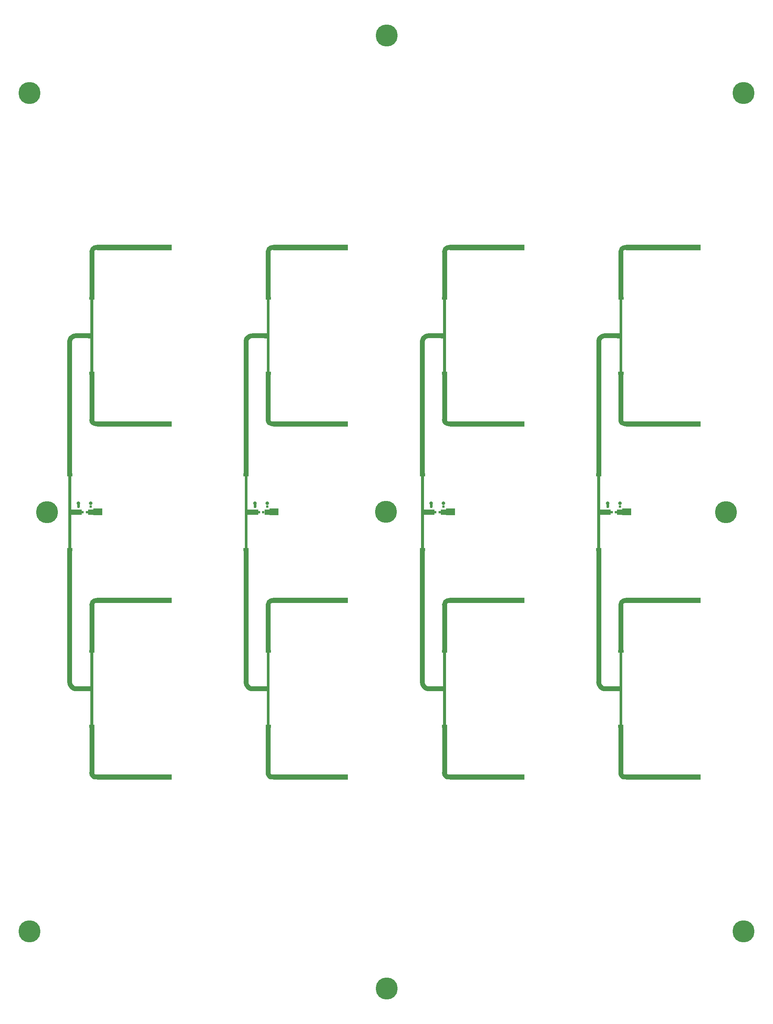
<source format=gbr>
G04 #@! TF.GenerationSoftware,KiCad,Pcbnew,5.99.0-unknown-64afa3a42e~128~ubuntu20.04.1*
G04 #@! TF.CreationDate,2021-05-28T16:02:49-05:00*
G04 #@! TF.ProjectId,Feeds,46656564-732e-46b6-9963-61645f706362,rev?*
G04 #@! TF.SameCoordinates,Original*
G04 #@! TF.FileFunction,Copper,L2,Bot*
G04 #@! TF.FilePolarity,Positive*
%FSLAX46Y46*%
G04 Gerber Fmt 4.6, Leading zero omitted, Abs format (unit mm)*
G04 Created by KiCad (PCBNEW 5.99.0-unknown-64afa3a42e~128~ubuntu20.04.1) date 2021-05-28 16:02:49*
%MOMM*%
%LPD*%
G01*
G04 APERTURE LIST*
G04 Aperture macros list*
%AMFreePoly0*
4,1,13,0.997739,0.781656,0.997754,0.781621,0.997754,-0.782490,0.997739,-0.782525,0.997704,-0.782540,-1.001585,-0.782540,-1.001620,-0.782525,-1.001635,-0.782490,-1.001635,0.781620,-1.001620,0.781655,-1.001585,0.781670,0.997704,0.781671,0.997739,0.781656,0.997739,0.781656,$1*%
G04 Aperture macros list end*
G04 #@! TA.AperFunction,NonConductor*
%ADD10C,0.001000*%
G04 #@! TD*
G04 #@! TA.AperFunction,EtchedComponent*
%ADD11C,0.000100*%
G04 #@! TD*
G04 #@! TA.AperFunction,SMDPad,CuDef*
%ADD12R,1.109000X1.109000*%
G04 #@! TD*
G04 #@! TA.AperFunction,ConnectorPad*
%ADD13C,5.000000*%
G04 #@! TD*
G04 #@! TA.AperFunction,ComponentPad*
%ADD14C,2.900000*%
G04 #@! TD*
G04 #@! TA.AperFunction,SMDPad,CuDef*
%ADD15R,0.553000X0.553000*%
G04 #@! TD*
G04 #@! TA.AperFunction,WasherPad*
%ADD16C,1.565000*%
G04 #@! TD*
G04 #@! TA.AperFunction,SMDPad,CuDef*
%ADD17FreePoly0,0.000000*%
G04 #@! TD*
G04 #@! TA.AperFunction,SMDPad,CuDef*
%ADD18R,0.620000X0.560000*%
G04 #@! TD*
G04 #@! TA.AperFunction,SMDPad,CuDef*
%ADD19R,0.560000X0.620000*%
G04 #@! TD*
G04 #@! TA.AperFunction,ViaPad*
%ADD20C,0.800100*%
G04 #@! TD*
G04 #@! TA.AperFunction,Conductor*
%ADD21C,0.620000*%
G04 #@! TD*
G04 #@! TA.AperFunction,Conductor*
%ADD22C,1.109000*%
G04 #@! TD*
G04 APERTURE END LIST*
D10*
X25571013Y-144239500D02*
X26679013Y-144239500D01*
X26679013Y-144239500D02*
X26679013Y-144804500D01*
X26679013Y-144804500D02*
X25571013Y-144804500D01*
X25571013Y-144804500D02*
X25571013Y-144239500D01*
G36*
X25571013Y-144239500D02*
G01*
X26679013Y-144239500D01*
X26679013Y-144804500D01*
X25571013Y-144804500D01*
X25571013Y-144239500D01*
G37*
X105299013Y-72445500D02*
X106403013Y-72445500D01*
X106403013Y-72445500D02*
X106403013Y-73551500D01*
X106403013Y-73551500D02*
X105299013Y-73551500D01*
X105299013Y-73551500D02*
X105299013Y-72445500D01*
G36*
X105299013Y-72445500D02*
G01*
X106403013Y-72445500D01*
X106403013Y-73551500D01*
X105299013Y-73551500D01*
X105299013Y-72445500D01*
G37*
X105575013Y-64238500D02*
X106683013Y-64238500D01*
X106683013Y-64238500D02*
X106683013Y-64803500D01*
X106683013Y-64803500D02*
X105575013Y-64803500D01*
X105575013Y-64803500D02*
X105575013Y-64238500D01*
G36*
X105575013Y-64238500D02*
G01*
X106683013Y-64238500D01*
X106683013Y-64803500D01*
X105575013Y-64803500D01*
X105575013Y-64238500D01*
G37*
X65315129Y-113560000D02*
X66498129Y-113560000D01*
X66498129Y-113560000D02*
X66498129Y-112442000D01*
X66498129Y-112442000D02*
X65315129Y-112442000D01*
X65315129Y-112442000D02*
X65315129Y-113560000D01*
G36*
X65315129Y-113560000D02*
G01*
X66498129Y-113560000D01*
X66498129Y-112442000D01*
X65315129Y-112442000D01*
X65315129Y-113560000D01*
G37*
X105315129Y-113560000D02*
X106498129Y-113560000D01*
X106498129Y-113560000D02*
X106498129Y-112442000D01*
X106498129Y-112442000D02*
X105315129Y-112442000D01*
X105315129Y-112442000D02*
X105315129Y-113560000D01*
G36*
X105315129Y-113560000D02*
G01*
X106498129Y-113560000D01*
X106498129Y-112442000D01*
X105315129Y-112442000D01*
X105315129Y-113560000D01*
G37*
X25571013Y-81192500D02*
X26679013Y-81192500D01*
X26679013Y-81192500D02*
X26679013Y-81757500D01*
X26679013Y-81757500D02*
X25571013Y-81757500D01*
X25571013Y-81757500D02*
X25571013Y-81192500D01*
G36*
X25571013Y-81192500D02*
G01*
X26679013Y-81192500D01*
X26679013Y-81757500D01*
X25571013Y-81757500D01*
X25571013Y-81192500D01*
G37*
X140555129Y-121200500D02*
X141663129Y-121200500D01*
X141663129Y-121200500D02*
X141663129Y-121765500D01*
X141663129Y-121765500D02*
X140555129Y-121765500D01*
X140555129Y-121765500D02*
X140555129Y-121200500D01*
G36*
X140555129Y-121200500D02*
G01*
X141663129Y-121200500D01*
X141663129Y-121765500D01*
X140555129Y-121765500D01*
X140555129Y-121200500D01*
G37*
X20555129Y-121200500D02*
X21663129Y-121200500D01*
X21663129Y-121200500D02*
X21663129Y-121765500D01*
X21663129Y-121765500D02*
X20555129Y-121765500D01*
X20555129Y-121765500D02*
X20555129Y-121200500D01*
G36*
X20555129Y-121200500D02*
G01*
X21663129Y-121200500D01*
X21663129Y-121765500D01*
X20555129Y-121765500D01*
X20555129Y-121200500D01*
G37*
X100560129Y-104234000D02*
X101668129Y-104234000D01*
X101668129Y-104234000D02*
X101668129Y-104799000D01*
X101668129Y-104799000D02*
X100560129Y-104799000D01*
X100560129Y-104799000D02*
X100560129Y-104234000D01*
G36*
X100560129Y-104234000D02*
G01*
X101668129Y-104234000D01*
X101668129Y-104799000D01*
X100560129Y-104799000D01*
X100560129Y-104234000D01*
G37*
X25299013Y-72445500D02*
X26403013Y-72445500D01*
X26403013Y-72445500D02*
X26403013Y-73551500D01*
X26403013Y-73551500D02*
X25299013Y-73551500D01*
X25299013Y-73551500D02*
X25299013Y-72445500D01*
G36*
X25299013Y-72445500D02*
G01*
X26403013Y-72445500D01*
X26403013Y-73551500D01*
X25299013Y-73551500D01*
X25299013Y-72445500D01*
G37*
X60831129Y-113559000D02*
X63795129Y-113559000D01*
X63795129Y-113559000D02*
X63795129Y-112441000D01*
X63795129Y-112441000D02*
X60831129Y-112441000D01*
X60831129Y-112441000D02*
X60831129Y-113559000D01*
G36*
X60831129Y-113559000D02*
G01*
X63795129Y-113559000D01*
X63795129Y-112441000D01*
X60831129Y-112441000D01*
X60831129Y-113559000D01*
G37*
X105571013Y-144239500D02*
X106679013Y-144239500D01*
X106679013Y-144239500D02*
X106679013Y-144804500D01*
X106679013Y-144804500D02*
X105571013Y-144804500D01*
X105571013Y-144804500D02*
X105571013Y-144239500D01*
G36*
X105571013Y-144239500D02*
G01*
X106679013Y-144239500D01*
X106679013Y-144804500D01*
X105571013Y-144804500D01*
X105571013Y-144239500D01*
G37*
X65299013Y-72445500D02*
X66403013Y-72445500D01*
X66403013Y-72445500D02*
X66403013Y-73551500D01*
X66403013Y-73551500D02*
X65299013Y-73551500D01*
X65299013Y-73551500D02*
X65299013Y-72445500D01*
G36*
X65299013Y-72445500D02*
G01*
X66403013Y-72445500D01*
X66403013Y-73551500D01*
X65299013Y-73551500D01*
X65299013Y-72445500D01*
G37*
X100555129Y-121200500D02*
X101663129Y-121200500D01*
X101663129Y-121200500D02*
X101663129Y-121765500D01*
X101663129Y-121765500D02*
X100555129Y-121765500D01*
X100555129Y-121765500D02*
X100555129Y-121200500D01*
G36*
X100555129Y-121200500D02*
G01*
X101663129Y-121200500D01*
X101663129Y-121765500D01*
X100555129Y-121765500D01*
X100555129Y-121200500D01*
G37*
X25836013Y-153551500D02*
X26401013Y-153551500D01*
X26401013Y-153551500D02*
X26401013Y-152443500D01*
X26401013Y-152443500D02*
X25836013Y-152443500D01*
X25836013Y-152443500D02*
X25836013Y-153551500D01*
G36*
X25836013Y-153551500D02*
G01*
X26401013Y-153551500D01*
X26401013Y-152443500D01*
X25836013Y-152443500D01*
X25836013Y-153551500D01*
G37*
X105567013Y-161193500D02*
X106675013Y-161193500D01*
X106675013Y-161193500D02*
X106675013Y-161758500D01*
X106675013Y-161758500D02*
X105567013Y-161758500D01*
X105567013Y-161758500D02*
X105567013Y-161193500D01*
G36*
X105567013Y-161193500D02*
G01*
X106675013Y-161193500D01*
X106675013Y-161758500D01*
X105567013Y-161758500D01*
X105567013Y-161193500D01*
G37*
X25567013Y-161193500D02*
X26675013Y-161193500D01*
X26675013Y-161193500D02*
X26675013Y-161758500D01*
X26675013Y-161758500D02*
X25567013Y-161758500D01*
X25567013Y-161758500D02*
X25567013Y-161193500D01*
G36*
X25567013Y-161193500D02*
G01*
X26675013Y-161193500D01*
X26675013Y-161758500D01*
X25567013Y-161758500D01*
X25567013Y-161193500D01*
G37*
X145571013Y-81192500D02*
X146679013Y-81192500D01*
X146679013Y-81192500D02*
X146679013Y-81757500D01*
X146679013Y-81757500D02*
X145571013Y-81757500D01*
X145571013Y-81757500D02*
X145571013Y-81192500D01*
G36*
X145571013Y-81192500D02*
G01*
X146679013Y-81192500D01*
X146679013Y-81757500D01*
X145571013Y-81757500D01*
X145571013Y-81192500D01*
G37*
X25575013Y-64238500D02*
X26683013Y-64238500D01*
X26683013Y-64238500D02*
X26683013Y-64803500D01*
X26683013Y-64803500D02*
X25575013Y-64803500D01*
X25575013Y-64803500D02*
X25575013Y-64238500D01*
G36*
X25575013Y-64238500D02*
G01*
X26683013Y-64238500D01*
X26683013Y-64803500D01*
X25575013Y-64803500D01*
X25575013Y-64238500D01*
G37*
X20831129Y-113559000D02*
X23795129Y-113559000D01*
X23795129Y-113559000D02*
X23795129Y-112441000D01*
X23795129Y-112441000D02*
X20831129Y-112441000D01*
X20831129Y-112441000D02*
X20831129Y-113559000D01*
G36*
X20831129Y-113559000D02*
G01*
X23795129Y-113559000D01*
X23795129Y-112441000D01*
X20831129Y-112441000D01*
X20831129Y-113559000D01*
G37*
X105836013Y-153551500D02*
X106401013Y-153551500D01*
X106401013Y-153551500D02*
X106401013Y-152443500D01*
X106401013Y-152443500D02*
X105836013Y-152443500D01*
X105836013Y-152443500D02*
X105836013Y-153551500D01*
G36*
X105836013Y-153551500D02*
G01*
X106401013Y-153551500D01*
X106401013Y-152443500D01*
X105836013Y-152443500D01*
X105836013Y-153551500D01*
G37*
X145571013Y-144239500D02*
X146679013Y-144239500D01*
X146679013Y-144239500D02*
X146679013Y-144804500D01*
X146679013Y-144804500D02*
X145571013Y-144804500D01*
X145571013Y-144804500D02*
X145571013Y-144239500D01*
G36*
X145571013Y-144239500D02*
G01*
X146679013Y-144239500D01*
X146679013Y-144804500D01*
X145571013Y-144804500D01*
X145571013Y-144239500D01*
G37*
X65571013Y-144239500D02*
X66679013Y-144239500D01*
X66679013Y-144239500D02*
X66679013Y-144804500D01*
X66679013Y-144804500D02*
X65571013Y-144804500D01*
X65571013Y-144804500D02*
X65571013Y-144239500D01*
G36*
X65571013Y-144239500D02*
G01*
X66679013Y-144239500D01*
X66679013Y-144804500D01*
X65571013Y-144804500D01*
X65571013Y-144239500D01*
G37*
X145567013Y-161193500D02*
X146675013Y-161193500D01*
X146675013Y-161193500D02*
X146675013Y-161758500D01*
X146675013Y-161758500D02*
X145567013Y-161758500D01*
X145567013Y-161758500D02*
X145567013Y-161193500D01*
G36*
X145567013Y-161193500D02*
G01*
X146675013Y-161193500D01*
X146675013Y-161758500D01*
X145567013Y-161758500D01*
X145567013Y-161193500D01*
G37*
X65575013Y-64238500D02*
X66683013Y-64238500D01*
X66683013Y-64238500D02*
X66683013Y-64803500D01*
X66683013Y-64803500D02*
X65575013Y-64803500D01*
X65575013Y-64803500D02*
X65575013Y-64238500D01*
G36*
X65575013Y-64238500D02*
G01*
X66683013Y-64238500D01*
X66683013Y-64803500D01*
X65575013Y-64803500D01*
X65575013Y-64238500D01*
G37*
X65836013Y-153551500D02*
X66401013Y-153551500D01*
X66401013Y-153551500D02*
X66401013Y-152443500D01*
X66401013Y-152443500D02*
X65836013Y-152443500D01*
X65836013Y-152443500D02*
X65836013Y-153551500D01*
G36*
X65836013Y-153551500D02*
G01*
X66401013Y-153551500D01*
X66401013Y-152443500D01*
X65836013Y-152443500D01*
X65836013Y-153551500D01*
G37*
X65567013Y-161193500D02*
X66675013Y-161193500D01*
X66675013Y-161193500D02*
X66675013Y-161758500D01*
X66675013Y-161758500D02*
X65567013Y-161758500D01*
X65567013Y-161758500D02*
X65567013Y-161193500D01*
G36*
X65567013Y-161193500D02*
G01*
X66675013Y-161193500D01*
X66675013Y-161758500D01*
X65567013Y-161758500D01*
X65567013Y-161193500D01*
G37*
X65571013Y-81192500D02*
X66679013Y-81192500D01*
X66679013Y-81192500D02*
X66679013Y-81757500D01*
X66679013Y-81757500D02*
X65571013Y-81757500D01*
X65571013Y-81757500D02*
X65571013Y-81192500D01*
G36*
X65571013Y-81192500D02*
G01*
X66679013Y-81192500D01*
X66679013Y-81757500D01*
X65571013Y-81757500D01*
X65571013Y-81192500D01*
G37*
X105571013Y-81192500D02*
X106679013Y-81192500D01*
X106679013Y-81192500D02*
X106679013Y-81757500D01*
X106679013Y-81757500D02*
X105571013Y-81757500D01*
X105571013Y-81757500D02*
X105571013Y-81192500D01*
G36*
X105571013Y-81192500D02*
G01*
X106679013Y-81192500D01*
X106679013Y-81757500D01*
X105571013Y-81757500D01*
X105571013Y-81192500D01*
G37*
X145315129Y-113560000D02*
X146498129Y-113560000D01*
X146498129Y-113560000D02*
X146498129Y-112442000D01*
X146498129Y-112442000D02*
X145315129Y-112442000D01*
X145315129Y-112442000D02*
X145315129Y-113560000D01*
G36*
X145315129Y-113560000D02*
G01*
X146498129Y-113560000D01*
X146498129Y-112442000D01*
X145315129Y-112442000D01*
X145315129Y-113560000D01*
G37*
X60555129Y-121200500D02*
X61663129Y-121200500D01*
X61663129Y-121200500D02*
X61663129Y-121765500D01*
X61663129Y-121765500D02*
X60555129Y-121765500D01*
X60555129Y-121765500D02*
X60555129Y-121200500D01*
G36*
X60555129Y-121200500D02*
G01*
X61663129Y-121200500D01*
X61663129Y-121765500D01*
X60555129Y-121765500D01*
X60555129Y-121200500D01*
G37*
X25315129Y-113560000D02*
X26498129Y-113560000D01*
X26498129Y-113560000D02*
X26498129Y-112442000D01*
X26498129Y-112442000D02*
X25315129Y-112442000D01*
X25315129Y-112442000D02*
X25315129Y-113560000D01*
G36*
X25315129Y-113560000D02*
G01*
X26498129Y-113560000D01*
X26498129Y-112442000D01*
X25315129Y-112442000D01*
X25315129Y-113560000D01*
G37*
X140560129Y-104234000D02*
X141668129Y-104234000D01*
X141668129Y-104234000D02*
X141668129Y-104799000D01*
X141668129Y-104799000D02*
X140560129Y-104799000D01*
X140560129Y-104799000D02*
X140560129Y-104234000D01*
G36*
X140560129Y-104234000D02*
G01*
X141668129Y-104234000D01*
X141668129Y-104799000D01*
X140560129Y-104799000D01*
X140560129Y-104234000D01*
G37*
X145575013Y-64238500D02*
X146683013Y-64238500D01*
X146683013Y-64238500D02*
X146683013Y-64803500D01*
X146683013Y-64803500D02*
X145575013Y-64803500D01*
X145575013Y-64803500D02*
X145575013Y-64238500D01*
G36*
X145575013Y-64238500D02*
G01*
X146683013Y-64238500D01*
X146683013Y-64803500D01*
X145575013Y-64803500D01*
X145575013Y-64238500D01*
G37*
X145836013Y-153551500D02*
X146401013Y-153551500D01*
X146401013Y-153551500D02*
X146401013Y-152443500D01*
X146401013Y-152443500D02*
X145836013Y-152443500D01*
X145836013Y-152443500D02*
X145836013Y-153551500D01*
G36*
X145836013Y-153551500D02*
G01*
X146401013Y-153551500D01*
X146401013Y-152443500D01*
X145836013Y-152443500D01*
X145836013Y-153551500D01*
G37*
X60560129Y-104234000D02*
X61668129Y-104234000D01*
X61668129Y-104234000D02*
X61668129Y-104799000D01*
X61668129Y-104799000D02*
X60560129Y-104799000D01*
X60560129Y-104799000D02*
X60560129Y-104234000D01*
G36*
X60560129Y-104234000D02*
G01*
X61668129Y-104234000D01*
X61668129Y-104799000D01*
X60560129Y-104799000D01*
X60560129Y-104234000D01*
G37*
X100831129Y-113559000D02*
X103795129Y-113559000D01*
X103795129Y-113559000D02*
X103795129Y-112441000D01*
X103795129Y-112441000D02*
X100831129Y-112441000D01*
X100831129Y-112441000D02*
X100831129Y-113559000D01*
G36*
X100831129Y-113559000D02*
G01*
X103795129Y-113559000D01*
X103795129Y-112441000D01*
X100831129Y-112441000D01*
X100831129Y-113559000D01*
G37*
X140831129Y-113559000D02*
X143795129Y-113559000D01*
X143795129Y-113559000D02*
X143795129Y-112441000D01*
X143795129Y-112441000D02*
X140831129Y-112441000D01*
X140831129Y-112441000D02*
X140831129Y-113559000D01*
G36*
X140831129Y-113559000D02*
G01*
X143795129Y-113559000D01*
X143795129Y-112441000D01*
X140831129Y-112441000D01*
X140831129Y-113559000D01*
G37*
X20560129Y-104234000D02*
X21668129Y-104234000D01*
X21668129Y-104234000D02*
X21668129Y-104799000D01*
X21668129Y-104799000D02*
X20560129Y-104799000D01*
X20560129Y-104799000D02*
X20560129Y-104234000D01*
G36*
X20560129Y-104234000D02*
G01*
X21668129Y-104234000D01*
X21668129Y-104799000D01*
X20560129Y-104799000D01*
X20560129Y-104234000D01*
G37*
X145299013Y-72445500D02*
X146403013Y-72445500D01*
X146403013Y-72445500D02*
X146403013Y-73551500D01*
X146403013Y-73551500D02*
X145299013Y-73551500D01*
X145299013Y-73551500D02*
X145299013Y-72445500D01*
G36*
X145299013Y-72445500D02*
G01*
X146403013Y-72445500D01*
X146403013Y-73551500D01*
X145299013Y-73551500D01*
X145299013Y-72445500D01*
G37*
D11*
G04 #@! TO.C,AE5*
X147310000Y-52445500D02*
X164178000Y-52445500D01*
X164178000Y-52445500D02*
X164178000Y-53554500D01*
X164178000Y-53554500D02*
X147310000Y-53554500D01*
X147310000Y-53554500D02*
X147310000Y-52445500D01*
G36*
X147310000Y-52445500D02*
G01*
X164178000Y-52445500D01*
X164178000Y-53554500D01*
X147310000Y-53554500D01*
X147310000Y-52445500D01*
G37*
X67310000Y-52445500D02*
X84178000Y-52445500D01*
X84178000Y-52445500D02*
X84178000Y-53554500D01*
X84178000Y-53554500D02*
X67310000Y-53554500D01*
X67310000Y-53554500D02*
X67310000Y-52445500D01*
G36*
X67310000Y-52445500D02*
G01*
X84178000Y-52445500D01*
X84178000Y-53554500D01*
X67310000Y-53554500D01*
X67310000Y-52445500D01*
G37*
X107310000Y-92445500D02*
X124178000Y-92445500D01*
X124178000Y-92445500D02*
X124178000Y-93554500D01*
X124178000Y-93554500D02*
X107310000Y-93554500D01*
X107310000Y-93554500D02*
X107310000Y-92445500D01*
G36*
X107310000Y-92445500D02*
G01*
X124178000Y-92445500D01*
X124178000Y-93554500D01*
X107310000Y-93554500D01*
X107310000Y-92445500D01*
G37*
X67310000Y-172445500D02*
X84178000Y-172445500D01*
X84178000Y-172445500D02*
X84178000Y-173554500D01*
X84178000Y-173554500D02*
X67310000Y-173554500D01*
X67310000Y-173554500D02*
X67310000Y-172445500D01*
G36*
X67310000Y-172445500D02*
G01*
X84178000Y-172445500D01*
X84178000Y-173554500D01*
X67310000Y-173554500D01*
X67310000Y-172445500D01*
G37*
X147310000Y-92445500D02*
X164178000Y-92445500D01*
X164178000Y-92445500D02*
X164178000Y-93554500D01*
X164178000Y-93554500D02*
X147310000Y-93554500D01*
X147310000Y-93554500D02*
X147310000Y-92445500D01*
G36*
X147310000Y-92445500D02*
G01*
X164178000Y-92445500D01*
X164178000Y-93554500D01*
X147310000Y-93554500D01*
X147310000Y-92445500D01*
G37*
X107310000Y-52445500D02*
X124178000Y-52445500D01*
X124178000Y-52445500D02*
X124178000Y-53554500D01*
X124178000Y-53554500D02*
X107310000Y-53554500D01*
X107310000Y-53554500D02*
X107310000Y-52445500D01*
G36*
X107310000Y-52445500D02*
G01*
X124178000Y-52445500D01*
X124178000Y-53554500D01*
X107310000Y-53554500D01*
X107310000Y-52445500D01*
G37*
X27310000Y-92445500D02*
X44178000Y-92445500D01*
X44178000Y-92445500D02*
X44178000Y-93554500D01*
X44178000Y-93554500D02*
X27310000Y-93554500D01*
X27310000Y-93554500D02*
X27310000Y-92445500D01*
G36*
X27310000Y-92445500D02*
G01*
X44178000Y-92445500D01*
X44178000Y-93554500D01*
X27310000Y-93554500D01*
X27310000Y-92445500D01*
G37*
X147310000Y-172445500D02*
X164178000Y-172445500D01*
X164178000Y-172445500D02*
X164178000Y-173554500D01*
X164178000Y-173554500D02*
X147310000Y-173554500D01*
X147310000Y-173554500D02*
X147310000Y-172445500D01*
G36*
X147310000Y-172445500D02*
G01*
X164178000Y-172445500D01*
X164178000Y-173554500D01*
X147310000Y-173554500D01*
X147310000Y-172445500D01*
G37*
X27310000Y-52445500D02*
X44178000Y-52445500D01*
X44178000Y-52445500D02*
X44178000Y-53554500D01*
X44178000Y-53554500D02*
X27310000Y-53554500D01*
X27310000Y-53554500D02*
X27310000Y-52445500D01*
G36*
X27310000Y-52445500D02*
G01*
X44178000Y-52445500D01*
X44178000Y-53554500D01*
X27310000Y-53554500D01*
X27310000Y-52445500D01*
G37*
X67310000Y-92445500D02*
X84178000Y-92445500D01*
X84178000Y-92445500D02*
X84178000Y-93554500D01*
X84178000Y-93554500D02*
X67310000Y-93554500D01*
X67310000Y-93554500D02*
X67310000Y-92445500D01*
G36*
X67310000Y-92445500D02*
G01*
X84178000Y-92445500D01*
X84178000Y-93554500D01*
X67310000Y-93554500D01*
X67310000Y-92445500D01*
G37*
X107310000Y-132445500D02*
X124178000Y-132445500D01*
X124178000Y-132445500D02*
X124178000Y-133554500D01*
X124178000Y-133554500D02*
X107310000Y-133554500D01*
X107310000Y-133554500D02*
X107310000Y-132445500D01*
G36*
X107310000Y-132445500D02*
G01*
X124178000Y-132445500D01*
X124178000Y-133554500D01*
X107310000Y-133554500D01*
X107310000Y-132445500D01*
G37*
X107310000Y-172445500D02*
X124178000Y-172445500D01*
X124178000Y-172445500D02*
X124178000Y-173554500D01*
X124178000Y-173554500D02*
X107310000Y-173554500D01*
X107310000Y-173554500D02*
X107310000Y-172445500D01*
G36*
X107310000Y-172445500D02*
G01*
X124178000Y-172445500D01*
X124178000Y-173554500D01*
X107310000Y-173554500D01*
X107310000Y-172445500D01*
G37*
X27310000Y-172445500D02*
X44178000Y-172445500D01*
X44178000Y-172445500D02*
X44178000Y-173554500D01*
X44178000Y-173554500D02*
X27310000Y-173554500D01*
X27310000Y-173554500D02*
X27310000Y-172445500D01*
G36*
X27310000Y-172445500D02*
G01*
X44178000Y-172445500D01*
X44178000Y-173554500D01*
X27310000Y-173554500D01*
X27310000Y-172445500D01*
G37*
X27310000Y-132445500D02*
X44178000Y-132445500D01*
X44178000Y-132445500D02*
X44178000Y-133554500D01*
X44178000Y-133554500D02*
X27310000Y-133554500D01*
X27310000Y-133554500D02*
X27310000Y-132445500D01*
G36*
X27310000Y-132445500D02*
G01*
X44178000Y-132445500D01*
X44178000Y-133554500D01*
X27310000Y-133554500D01*
X27310000Y-132445500D01*
G37*
X67310000Y-132445500D02*
X84178000Y-132445500D01*
X84178000Y-132445500D02*
X84178000Y-133554500D01*
X84178000Y-133554500D02*
X67310000Y-133554500D01*
X67310000Y-133554500D02*
X67310000Y-132445500D01*
G36*
X67310000Y-132445500D02*
G01*
X84178000Y-132445500D01*
X84178000Y-133554500D01*
X67310000Y-133554500D01*
X67310000Y-132445500D01*
G37*
X147310000Y-132445500D02*
X164178000Y-132445500D01*
X164178000Y-132445500D02*
X164178000Y-133554500D01*
X164178000Y-133554500D02*
X147310000Y-133554500D01*
X147310000Y-133554500D02*
X147310000Y-132445500D01*
G36*
X147310000Y-132445500D02*
G01*
X164178000Y-132445500D01*
X164178000Y-133554500D01*
X147310000Y-133554500D01*
X147310000Y-132445500D01*
G37*
G04 #@! TO.C,REF\u002A\u002A*
X146401629Y-144805000D02*
X145847629Y-144805000D01*
X145847629Y-144805000D02*
X145847629Y-152446000D01*
X145847629Y-152446000D02*
X146401629Y-152446000D01*
X146401629Y-152446000D02*
X146401629Y-144805000D01*
G36*
X146401629Y-152446000D02*
G01*
X145847629Y-152446000D01*
X145847629Y-144805000D01*
X146401629Y-144805000D01*
X146401629Y-152446000D01*
G37*
X146401629Y-152446000D02*
X145847629Y-152446000D01*
X145847629Y-144805000D01*
X146401629Y-144805000D01*
X146401629Y-152446000D01*
X145845629Y-161193500D02*
X146399629Y-161193500D01*
X146399629Y-161193500D02*
X146399629Y-153552500D01*
X146399629Y-153552500D02*
X145845629Y-153552500D01*
X145845629Y-153552500D02*
X145845629Y-161193500D01*
G36*
X146399629Y-161193500D02*
G01*
X145845629Y-161193500D01*
X145845629Y-153552500D01*
X146399629Y-153552500D01*
X146399629Y-161193500D01*
G37*
X146399629Y-161193500D02*
X145845629Y-161193500D01*
X145845629Y-153552500D01*
X146399629Y-153552500D01*
X146399629Y-161193500D01*
X146406129Y-64804000D02*
X145852129Y-64804000D01*
X145852129Y-64804000D02*
X145852129Y-72445000D01*
X145852129Y-72445000D02*
X146406129Y-72445000D01*
X146406129Y-72445000D02*
X146406129Y-64804000D01*
G36*
X146406129Y-72445000D02*
G01*
X145852129Y-72445000D01*
X145852129Y-64804000D01*
X146406129Y-64804000D01*
X146406129Y-72445000D01*
G37*
X146406129Y-72445000D02*
X145852129Y-72445000D01*
X145852129Y-64804000D01*
X146406129Y-64804000D01*
X146406129Y-72445000D01*
X25850013Y-81192500D02*
X26404013Y-81192500D01*
X26404013Y-81192500D02*
X26404013Y-73551500D01*
X26404013Y-73551500D02*
X25850013Y-73551500D01*
X25850013Y-73551500D02*
X25850013Y-81192500D01*
G36*
X26404013Y-81192500D02*
G01*
X25850013Y-81192500D01*
X25850013Y-73551500D01*
X26404013Y-73551500D01*
X26404013Y-81192500D01*
G37*
X26404013Y-81192500D02*
X25850013Y-81192500D01*
X25850013Y-73551500D01*
X26404013Y-73551500D01*
X26404013Y-81192500D01*
X26406129Y-64804000D02*
X25852129Y-64804000D01*
X25852129Y-64804000D02*
X25852129Y-72445000D01*
X25852129Y-72445000D02*
X26406129Y-72445000D01*
X26406129Y-72445000D02*
X26406129Y-64804000D01*
G36*
X26406129Y-72445000D02*
G01*
X25852129Y-72445000D01*
X25852129Y-64804000D01*
X26406129Y-64804000D01*
X26406129Y-72445000D01*
G37*
X26406129Y-72445000D02*
X25852129Y-72445000D01*
X25852129Y-64804000D01*
X26406129Y-64804000D01*
X26406129Y-72445000D01*
X20831129Y-121200000D02*
X21385129Y-121200000D01*
X21385129Y-121200000D02*
X21385129Y-113559000D01*
X21385129Y-113559000D02*
X20831129Y-113559000D01*
X20831129Y-113559000D02*
X20831129Y-121200000D01*
G36*
X21385129Y-121200000D02*
G01*
X20831129Y-121200000D01*
X20831129Y-113559000D01*
X21385129Y-113559000D01*
X21385129Y-121200000D01*
G37*
X21385129Y-121200000D02*
X20831129Y-121200000D01*
X20831129Y-113559000D01*
X21385129Y-113559000D01*
X21385129Y-121200000D01*
X25845629Y-161193500D02*
X26399629Y-161193500D01*
X26399629Y-161193500D02*
X26399629Y-153552500D01*
X26399629Y-153552500D02*
X25845629Y-153552500D01*
X25845629Y-153552500D02*
X25845629Y-161193500D01*
G36*
X26399629Y-161193500D02*
G01*
X25845629Y-161193500D01*
X25845629Y-153552500D01*
X26399629Y-153552500D01*
X26399629Y-161193500D01*
G37*
X26399629Y-161193500D02*
X25845629Y-161193500D01*
X25845629Y-153552500D01*
X26399629Y-153552500D01*
X26399629Y-161193500D01*
X60831129Y-121200000D02*
X61385129Y-121200000D01*
X61385129Y-121200000D02*
X61385129Y-113559000D01*
X61385129Y-113559000D02*
X60831129Y-113559000D01*
X60831129Y-113559000D02*
X60831129Y-121200000D01*
G36*
X61385129Y-121200000D02*
G01*
X60831129Y-121200000D01*
X60831129Y-113559000D01*
X61385129Y-113559000D01*
X61385129Y-121200000D01*
G37*
X61385129Y-121200000D02*
X60831129Y-121200000D01*
X60831129Y-113559000D01*
X61385129Y-113559000D01*
X61385129Y-121200000D01*
X65850013Y-81192500D02*
X66404013Y-81192500D01*
X66404013Y-81192500D02*
X66404013Y-73551500D01*
X66404013Y-73551500D02*
X65850013Y-73551500D01*
X65850013Y-73551500D02*
X65850013Y-81192500D01*
G36*
X66404013Y-81192500D02*
G01*
X65850013Y-81192500D01*
X65850013Y-73551500D01*
X66404013Y-73551500D01*
X66404013Y-81192500D01*
G37*
X66404013Y-81192500D02*
X65850013Y-81192500D01*
X65850013Y-73551500D01*
X66404013Y-73551500D01*
X66404013Y-81192500D01*
X101386129Y-104799000D02*
X100832129Y-104799000D01*
X100832129Y-104799000D02*
X100832129Y-112440000D01*
X100832129Y-112440000D02*
X101386129Y-112440000D01*
X101386129Y-112440000D02*
X101386129Y-104799000D01*
G36*
X101386129Y-112440000D02*
G01*
X100832129Y-112440000D01*
X100832129Y-104799000D01*
X101386129Y-104799000D01*
X101386129Y-112440000D01*
G37*
X101386129Y-112440000D02*
X100832129Y-112440000D01*
X100832129Y-104799000D01*
X101386129Y-104799000D01*
X101386129Y-112440000D01*
X100831129Y-121200000D02*
X101385129Y-121200000D01*
X101385129Y-121200000D02*
X101385129Y-113559000D01*
X101385129Y-113559000D02*
X100831129Y-113559000D01*
X100831129Y-113559000D02*
X100831129Y-121200000D01*
G36*
X101385129Y-121200000D02*
G01*
X100831129Y-121200000D01*
X100831129Y-113559000D01*
X101385129Y-113559000D01*
X101385129Y-121200000D01*
G37*
X101385129Y-121200000D02*
X100831129Y-121200000D01*
X100831129Y-113559000D01*
X101385129Y-113559000D01*
X101385129Y-121200000D01*
X66401629Y-144805000D02*
X65847629Y-144805000D01*
X65847629Y-144805000D02*
X65847629Y-152446000D01*
X65847629Y-152446000D02*
X66401629Y-152446000D01*
X66401629Y-152446000D02*
X66401629Y-144805000D01*
G36*
X66401629Y-152446000D02*
G01*
X65847629Y-152446000D01*
X65847629Y-144805000D01*
X66401629Y-144805000D01*
X66401629Y-152446000D01*
G37*
X66401629Y-152446000D02*
X65847629Y-152446000D01*
X65847629Y-144805000D01*
X66401629Y-144805000D01*
X66401629Y-152446000D01*
X105845629Y-161193500D02*
X106399629Y-161193500D01*
X106399629Y-161193500D02*
X106399629Y-153552500D01*
X106399629Y-153552500D02*
X105845629Y-153552500D01*
X105845629Y-153552500D02*
X105845629Y-161193500D01*
G36*
X106399629Y-161193500D02*
G01*
X105845629Y-161193500D01*
X105845629Y-153552500D01*
X106399629Y-153552500D01*
X106399629Y-161193500D01*
G37*
X106399629Y-161193500D02*
X105845629Y-161193500D01*
X105845629Y-153552500D01*
X106399629Y-153552500D01*
X106399629Y-161193500D01*
X141386129Y-104799000D02*
X140832129Y-104799000D01*
X140832129Y-104799000D02*
X140832129Y-112440000D01*
X140832129Y-112440000D02*
X141386129Y-112440000D01*
X141386129Y-112440000D02*
X141386129Y-104799000D01*
G36*
X141386129Y-112440000D02*
G01*
X140832129Y-112440000D01*
X140832129Y-104799000D01*
X141386129Y-104799000D01*
X141386129Y-112440000D01*
G37*
X141386129Y-112440000D02*
X140832129Y-112440000D01*
X140832129Y-104799000D01*
X141386129Y-104799000D01*
X141386129Y-112440000D01*
X105850013Y-81192500D02*
X106404013Y-81192500D01*
X106404013Y-81192500D02*
X106404013Y-73551500D01*
X106404013Y-73551500D02*
X105850013Y-73551500D01*
X105850013Y-73551500D02*
X105850013Y-81192500D01*
G36*
X106404013Y-81192500D02*
G01*
X105850013Y-81192500D01*
X105850013Y-73551500D01*
X106404013Y-73551500D01*
X106404013Y-81192500D01*
G37*
X106404013Y-81192500D02*
X105850013Y-81192500D01*
X105850013Y-73551500D01*
X106404013Y-73551500D01*
X106404013Y-81192500D01*
X106401629Y-144805000D02*
X105847629Y-144805000D01*
X105847629Y-144805000D02*
X105847629Y-152446000D01*
X105847629Y-152446000D02*
X106401629Y-152446000D01*
X106401629Y-152446000D02*
X106401629Y-144805000D01*
G36*
X106401629Y-152446000D02*
G01*
X105847629Y-152446000D01*
X105847629Y-144805000D01*
X106401629Y-144805000D01*
X106401629Y-152446000D01*
G37*
X106401629Y-152446000D02*
X105847629Y-152446000D01*
X105847629Y-144805000D01*
X106401629Y-144805000D01*
X106401629Y-152446000D01*
X66406129Y-64804000D02*
X65852129Y-64804000D01*
X65852129Y-64804000D02*
X65852129Y-72445000D01*
X65852129Y-72445000D02*
X66406129Y-72445000D01*
X66406129Y-72445000D02*
X66406129Y-64804000D01*
G36*
X66406129Y-72445000D02*
G01*
X65852129Y-72445000D01*
X65852129Y-64804000D01*
X66406129Y-64804000D01*
X66406129Y-72445000D01*
G37*
X66406129Y-72445000D02*
X65852129Y-72445000D01*
X65852129Y-64804000D01*
X66406129Y-64804000D01*
X66406129Y-72445000D01*
X61386129Y-104799000D02*
X60832129Y-104799000D01*
X60832129Y-104799000D02*
X60832129Y-112440000D01*
X60832129Y-112440000D02*
X61386129Y-112440000D01*
X61386129Y-112440000D02*
X61386129Y-104799000D01*
G36*
X61386129Y-112440000D02*
G01*
X60832129Y-112440000D01*
X60832129Y-104799000D01*
X61386129Y-104799000D01*
X61386129Y-112440000D01*
G37*
X61386129Y-112440000D02*
X60832129Y-112440000D01*
X60832129Y-104799000D01*
X61386129Y-104799000D01*
X61386129Y-112440000D01*
X26401629Y-144805000D02*
X25847629Y-144805000D01*
X25847629Y-144805000D02*
X25847629Y-152446000D01*
X25847629Y-152446000D02*
X26401629Y-152446000D01*
X26401629Y-152446000D02*
X26401629Y-144805000D01*
G36*
X26401629Y-152446000D02*
G01*
X25847629Y-152446000D01*
X25847629Y-144805000D01*
X26401629Y-144805000D01*
X26401629Y-152446000D01*
G37*
X26401629Y-152446000D02*
X25847629Y-152446000D01*
X25847629Y-144805000D01*
X26401629Y-144805000D01*
X26401629Y-152446000D01*
X65845629Y-161193500D02*
X66399629Y-161193500D01*
X66399629Y-161193500D02*
X66399629Y-153552500D01*
X66399629Y-153552500D02*
X65845629Y-153552500D01*
X65845629Y-153552500D02*
X65845629Y-161193500D01*
G36*
X66399629Y-161193500D02*
G01*
X65845629Y-161193500D01*
X65845629Y-153552500D01*
X66399629Y-153552500D01*
X66399629Y-161193500D01*
G37*
X66399629Y-161193500D02*
X65845629Y-161193500D01*
X65845629Y-153552500D01*
X66399629Y-153552500D01*
X66399629Y-161193500D01*
X140831129Y-121200000D02*
X141385129Y-121200000D01*
X141385129Y-121200000D02*
X141385129Y-113559000D01*
X141385129Y-113559000D02*
X140831129Y-113559000D01*
X140831129Y-113559000D02*
X140831129Y-121200000D01*
G36*
X141385129Y-121200000D02*
G01*
X140831129Y-121200000D01*
X140831129Y-113559000D01*
X141385129Y-113559000D01*
X141385129Y-121200000D01*
G37*
X141385129Y-121200000D02*
X140831129Y-121200000D01*
X140831129Y-113559000D01*
X141385129Y-113559000D01*
X141385129Y-121200000D01*
X21386129Y-104799000D02*
X20832129Y-104799000D01*
X20832129Y-104799000D02*
X20832129Y-112440000D01*
X20832129Y-112440000D02*
X21386129Y-112440000D01*
X21386129Y-112440000D02*
X21386129Y-104799000D01*
G36*
X21386129Y-112440000D02*
G01*
X20832129Y-112440000D01*
X20832129Y-104799000D01*
X21386129Y-104799000D01*
X21386129Y-112440000D01*
G37*
X21386129Y-112440000D02*
X20832129Y-112440000D01*
X20832129Y-104799000D01*
X21386129Y-104799000D01*
X21386129Y-112440000D01*
X145850013Y-81192500D02*
X146404013Y-81192500D01*
X146404013Y-81192500D02*
X146404013Y-73551500D01*
X146404013Y-73551500D02*
X145850013Y-73551500D01*
X145850013Y-73551500D02*
X145850013Y-81192500D01*
G36*
X146404013Y-81192500D02*
G01*
X145850013Y-81192500D01*
X145850013Y-73551500D01*
X146404013Y-73551500D01*
X146404013Y-81192500D01*
G37*
X146404013Y-81192500D02*
X145850013Y-81192500D01*
X145850013Y-73551500D01*
X146404013Y-73551500D01*
X146404013Y-81192500D01*
X106406129Y-64804000D02*
X105852129Y-64804000D01*
X105852129Y-64804000D02*
X105852129Y-72445000D01*
X105852129Y-72445000D02*
X106406129Y-72445000D01*
X106406129Y-72445000D02*
X106406129Y-64804000D01*
G36*
X106406129Y-72445000D02*
G01*
X105852129Y-72445000D01*
X105852129Y-64804000D01*
X106406129Y-64804000D01*
X106406129Y-72445000D01*
G37*
X106406129Y-72445000D02*
X105852129Y-72445000D01*
X105852129Y-64804000D01*
X106406129Y-64804000D01*
X106406129Y-72445000D01*
G04 #@! TD*
D12*
G04 #@! TO.P,AE5,1,A*
G04 #@! TO.N,/A1E5*
X147864500Y-52999000D03*
G04 #@! TD*
G04 #@! TO.P,AE5,1,A*
G04 #@! TO.N,/A1E5*
X67864500Y-52999000D03*
G04 #@! TD*
D13*
G04 #@! TO.P,H10,1,1*
G04 #@! TO.N,N/C*
X93000000Y-5000000D03*
D14*
X93000000Y-5000000D03*
G04 #@! TD*
D12*
G04 #@! TO.P,AE5,1,A*
G04 #@! TO.N,/A1E5*
X107864500Y-92999000D03*
G04 #@! TD*
D14*
G04 #@! TO.P,H12,1,1*
G04 #@! TO.N,N/C*
X170000000Y-113000000D03*
D13*
X170000000Y-113000000D03*
G04 #@! TD*
D12*
G04 #@! TO.P,AE5,1,A*
G04 #@! TO.N,/A1E5*
X67864500Y-172999000D03*
G04 #@! TD*
D13*
G04 #@! TO.P,H12,1,1*
G04 #@! TO.N,N/C*
X92855436Y-112957000D03*
D14*
X92855436Y-112957000D03*
G04 #@! TD*
D12*
G04 #@! TO.P,AE5,1,A*
G04 #@! TO.N,/A1E5*
X147864500Y-92999000D03*
G04 #@! TD*
G04 #@! TO.P,AE5,1,A*
G04 #@! TO.N,/A1E5*
X107864500Y-52999000D03*
G04 #@! TD*
G04 #@! TO.P,AE5,1,A*
G04 #@! TO.N,/A1E5*
X27864500Y-92999000D03*
G04 #@! TD*
D13*
G04 #@! TO.P,H4,1,1*
G04 #@! TO.N,N/C*
X174000000Y-208000000D03*
D14*
X174000000Y-208000000D03*
G04 #@! TD*
D12*
G04 #@! TO.P,AE5,1,A*
G04 #@! TO.N,/A1E5*
X147864500Y-172999000D03*
G04 #@! TD*
G04 #@! TO.P,AE5,1,A*
G04 #@! TO.N,/A1E5*
X27864500Y-52999000D03*
G04 #@! TD*
G04 #@! TO.P,AE5,1,A*
G04 #@! TO.N,/A1E5*
X67864500Y-92999000D03*
G04 #@! TD*
G04 #@! TO.P,AE5,1,A*
G04 #@! TO.N,/A1E5*
X107864500Y-132999000D03*
G04 #@! TD*
G04 #@! TO.P,AE5,1,A*
G04 #@! TO.N,/A1E5*
X107864500Y-172999000D03*
G04 #@! TD*
G04 #@! TO.P,AE5,1,A*
G04 #@! TO.N,/A1E5*
X27864500Y-172999000D03*
G04 #@! TD*
D13*
G04 #@! TO.P,H9,1,1*
G04 #@! TO.N,N/C*
X93000000Y-221000000D03*
D14*
X93000000Y-221000000D03*
G04 #@! TD*
D12*
G04 #@! TO.P,AE5,1,A*
G04 #@! TO.N,/A1E5*
X27864500Y-132999000D03*
G04 #@! TD*
D13*
G04 #@! TO.P,H2,1,1*
G04 #@! TO.N,N/C*
X174000000Y-18000000D03*
D14*
X174000000Y-18000000D03*
G04 #@! TD*
D13*
G04 #@! TO.P,H3,1,1*
G04 #@! TO.N,N/C*
X12000000Y-208000000D03*
D14*
X12000000Y-208000000D03*
G04 #@! TD*
G04 #@! TO.P,H1,1,1*
G04 #@! TO.N,N/C*
X12000000Y-18000000D03*
D13*
X12000000Y-18000000D03*
G04 #@! TD*
D12*
G04 #@! TO.P,AE5,1,A*
G04 #@! TO.N,/A1E5*
X67864500Y-132999000D03*
G04 #@! TD*
G04 #@! TO.P,AE5,1,A*
G04 #@! TO.N,/A1E5*
X147864500Y-132999000D03*
G04 #@! TD*
D13*
G04 #@! TO.P,H11,1,1*
G04 #@! TO.N,N/C*
X16000000Y-113000000D03*
D14*
X16000000Y-113000000D03*
G04 #@! TD*
D15*
G04 #@! TO.P,REF\u002A\u002A,1*
G04 #@! TO.N,N/C*
X146124629Y-145081500D03*
G04 #@! TO.P,REF\u002A\u002A,2*
X146124629Y-152169000D03*
G04 #@! TD*
G04 #@! TO.P,REF\u002A\u002A,1*
G04 #@! TO.N,N/C*
X146122629Y-160917000D03*
G04 #@! TO.P,REF\u002A\u002A,2*
X146122629Y-153829500D03*
G04 #@! TD*
G04 #@! TO.P,REF\u002A\u002A,1*
G04 #@! TO.N,/A1E5*
X146129129Y-65080500D03*
G04 #@! TO.P,REF\u002A\u002A,2*
G04 #@! TO.N,N/C*
X146129129Y-72168000D03*
G04 #@! TD*
D16*
G04 #@! TO.P,Feed4,*
G04 #@! TO.N,/A1P1*
X107500129Y-112950000D03*
D17*
G04 #@! TO.P,Feed4,1,A*
X107500129Y-112950000D03*
G04 #@! TD*
D15*
G04 #@! TO.P,REF\u002A\u002A,1*
G04 #@! TO.N,N/C*
X26127013Y-80916000D03*
G04 #@! TO.P,REF\u002A\u002A,2*
X26127013Y-73828500D03*
G04 #@! TD*
D16*
G04 #@! TO.P,Feed4,*
G04 #@! TO.N,/A1P1*
X67500129Y-112950000D03*
D17*
G04 #@! TO.P,Feed4,1,A*
X67500129Y-112950000D03*
G04 #@! TD*
D15*
G04 #@! TO.P,REF\u002A\u002A,1*
G04 #@! TO.N,/A1E5*
X26129129Y-65080500D03*
G04 #@! TO.P,REF\u002A\u002A,2*
G04 #@! TO.N,N/C*
X26129129Y-72168000D03*
G04 #@! TD*
D18*
G04 #@! TO.P,>NAME,1*
G04 #@! TO.N,N/C*
X143141129Y-112724000D03*
G04 #@! TO.P,>NAME,2*
X143141129Y-111764000D03*
G04 #@! TD*
G04 #@! TO.P,>NAME,1*
G04 #@! TO.N,N/C*
X103141129Y-112724000D03*
G04 #@! TO.P,>NAME,2*
X103141129Y-111764000D03*
G04 #@! TD*
D15*
G04 #@! TO.P,REF\u002A\u002A,1*
G04 #@! TO.N,N/C*
X21108129Y-120923500D03*
G04 #@! TO.P,REF\u002A\u002A,2*
X21108129Y-113836000D03*
G04 #@! TD*
G04 #@! TO.P,REF\u002A\u002A,1*
G04 #@! TO.N,N/C*
X26122629Y-160917000D03*
G04 #@! TO.P,REF\u002A\u002A,2*
X26122629Y-153829500D03*
G04 #@! TD*
D16*
G04 #@! TO.P,Feed4,*
G04 #@! TO.N,/A1P1*
X147500129Y-112950000D03*
D17*
G04 #@! TO.P,Feed4,1,A*
X147500129Y-112950000D03*
G04 #@! TD*
D18*
G04 #@! TO.P,>NAME,1*
G04 #@! TO.N,N/C*
X63141129Y-112724000D03*
G04 #@! TO.P,>NAME,2*
X63141129Y-111764000D03*
G04 #@! TD*
D15*
G04 #@! TO.P,REF\u002A\u002A,1*
G04 #@! TO.N,N/C*
X61108129Y-120923500D03*
G04 #@! TO.P,REF\u002A\u002A,2*
X61108129Y-113836000D03*
G04 #@! TD*
D19*
G04 #@! TO.P,>NAME,1*
G04 #@! TO.N,N/C*
X24075129Y-112999000D03*
G04 #@! TO.P,>NAME,2*
X25035129Y-112999000D03*
G04 #@! TD*
G04 #@! TO.P,>NAME,1*
G04 #@! TO.N,N/C*
X104075129Y-112999000D03*
G04 #@! TO.P,>NAME,2*
X105035129Y-112999000D03*
G04 #@! TD*
D15*
G04 #@! TO.P,REF\u002A\u002A,1*
G04 #@! TO.N,N/C*
X66127013Y-80916000D03*
G04 #@! TO.P,REF\u002A\u002A,2*
X66127013Y-73828500D03*
G04 #@! TD*
D18*
G04 #@! TO.P,>NAME,1*
G04 #@! TO.N,N/C*
X65923129Y-112723000D03*
G04 #@! TO.P,>NAME,2*
G04 #@! TO.N,GND*
X65923129Y-111763000D03*
G04 #@! TD*
D15*
G04 #@! TO.P,REF\u002A\u002A,1*
G04 #@! TO.N,N/C*
X101109129Y-105075500D03*
G04 #@! TO.P,REF\u002A\u002A,2*
X101109129Y-112163000D03*
G04 #@! TD*
G04 #@! TO.P,REF\u002A\u002A,1*
G04 #@! TO.N,N/C*
X101108129Y-120923500D03*
G04 #@! TO.P,REF\u002A\u002A,2*
X101108129Y-113836000D03*
G04 #@! TD*
G04 #@! TO.P,REF\u002A\u002A,1*
G04 #@! TO.N,N/C*
X66124629Y-145081500D03*
G04 #@! TO.P,REF\u002A\u002A,2*
X66124629Y-152169000D03*
G04 #@! TD*
D18*
G04 #@! TO.P,>NAME,1*
G04 #@! TO.N,N/C*
X105923129Y-112723000D03*
G04 #@! TO.P,>NAME,2*
G04 #@! TO.N,GND*
X105923129Y-111763000D03*
G04 #@! TD*
D16*
G04 #@! TO.P,Feed4,*
G04 #@! TO.N,/A1P1*
X27500129Y-112950000D03*
D17*
G04 #@! TO.P,Feed4,1,A*
X27500129Y-112950000D03*
G04 #@! TD*
D15*
G04 #@! TO.P,REF\u002A\u002A,1*
G04 #@! TO.N,N/C*
X106122629Y-160917000D03*
G04 #@! TO.P,REF\u002A\u002A,2*
X106122629Y-153829500D03*
G04 #@! TD*
G04 #@! TO.P,REF\u002A\u002A,1*
G04 #@! TO.N,N/C*
X141109129Y-105075500D03*
G04 #@! TO.P,REF\u002A\u002A,2*
X141109129Y-112163000D03*
G04 #@! TD*
G04 #@! TO.P,REF\u002A\u002A,1*
G04 #@! TO.N,N/C*
X106127013Y-80916000D03*
G04 #@! TO.P,REF\u002A\u002A,2*
X106127013Y-73828500D03*
G04 #@! TD*
G04 #@! TO.P,REF\u002A\u002A,1*
G04 #@! TO.N,N/C*
X106124629Y-145081500D03*
G04 #@! TO.P,REF\u002A\u002A,2*
X106124629Y-152169000D03*
G04 #@! TD*
G04 #@! TO.P,REF\u002A\u002A,1*
G04 #@! TO.N,/A1E5*
X66129129Y-65080500D03*
G04 #@! TO.P,REF\u002A\u002A,2*
G04 #@! TO.N,N/C*
X66129129Y-72168000D03*
G04 #@! TD*
G04 #@! TO.P,REF\u002A\u002A,1*
G04 #@! TO.N,N/C*
X61109129Y-105075500D03*
G04 #@! TO.P,REF\u002A\u002A,2*
X61109129Y-112163000D03*
G04 #@! TD*
D18*
G04 #@! TO.P,>NAME,1*
G04 #@! TO.N,N/C*
X25923129Y-112723000D03*
G04 #@! TO.P,>NAME,2*
G04 #@! TO.N,GND*
X25923129Y-111763000D03*
G04 #@! TD*
D15*
G04 #@! TO.P,REF\u002A\u002A,1*
G04 #@! TO.N,N/C*
X26124629Y-145081500D03*
G04 #@! TO.P,REF\u002A\u002A,2*
X26124629Y-152169000D03*
G04 #@! TD*
D18*
G04 #@! TO.P,>NAME,1*
G04 #@! TO.N,N/C*
X23141129Y-112724000D03*
G04 #@! TO.P,>NAME,2*
X23141129Y-111764000D03*
G04 #@! TD*
D15*
G04 #@! TO.P,REF\u002A\u002A,1*
G04 #@! TO.N,N/C*
X66122629Y-160917000D03*
G04 #@! TO.P,REF\u002A\u002A,2*
X66122629Y-153829500D03*
G04 #@! TD*
G04 #@! TO.P,REF\u002A\u002A,1*
G04 #@! TO.N,N/C*
X141108129Y-120923500D03*
G04 #@! TO.P,REF\u002A\u002A,2*
X141108129Y-113836000D03*
G04 #@! TD*
D18*
G04 #@! TO.P,>NAME,1*
G04 #@! TO.N,N/C*
X145923129Y-112723000D03*
G04 #@! TO.P,>NAME,2*
G04 #@! TO.N,GND*
X145923129Y-111763000D03*
G04 #@! TD*
D15*
G04 #@! TO.P,REF\u002A\u002A,1*
G04 #@! TO.N,N/C*
X21109129Y-105075500D03*
G04 #@! TO.P,REF\u002A\u002A,2*
X21109129Y-112163000D03*
G04 #@! TD*
D19*
G04 #@! TO.P,>NAME,1*
G04 #@! TO.N,N/C*
X64075129Y-112999000D03*
G04 #@! TO.P,>NAME,2*
X65035129Y-112999000D03*
G04 #@! TD*
D15*
G04 #@! TO.P,REF\u002A\u002A,1*
G04 #@! TO.N,N/C*
X146127013Y-80916000D03*
G04 #@! TO.P,REF\u002A\u002A,2*
X146127013Y-73828500D03*
G04 #@! TD*
D19*
G04 #@! TO.P,>NAME,1*
G04 #@! TO.N,N/C*
X144075129Y-112999000D03*
G04 #@! TO.P,>NAME,2*
X145035129Y-112999000D03*
G04 #@! TD*
D15*
G04 #@! TO.P,REF\u002A\u002A,1*
G04 #@! TO.N,/A1E5*
X106129129Y-65080500D03*
G04 #@! TO.P,REF\u002A\u002A,2*
G04 #@! TO.N,N/C*
X106129129Y-72168000D03*
G04 #@! TD*
D20*
G04 #@! TO.N,GND*
X63141129Y-111029000D03*
X143141129Y-111029000D03*
X103141129Y-111029000D03*
X23141129Y-111029000D03*
X145923129Y-111029000D03*
X25923129Y-111029000D03*
X105923129Y-111029000D03*
X65923129Y-111029000D03*
G04 #@! TD*
D21*
G04 #@! TO.N,GND*
X143141129Y-111029000D02*
X143141129Y-111734030D01*
X103141129Y-111029000D02*
X103141129Y-111734030D01*
X63141129Y-111029000D02*
X63141129Y-111734030D01*
X23141129Y-111029000D02*
X23141129Y-111734030D01*
D22*
G04 #@! TO.N,/A1E5*
X141114449Y-104313000D02*
X141114449Y-74203192D01*
X101549577Y-152585500D02*
X101629256Y-152662556D01*
X146552497Y-173000000D02*
X147860000Y-173000000D01*
X61362292Y-73604847D02*
X61437577Y-73525500D01*
X22435818Y-152996646D02*
X25011431Y-152996646D01*
X146120629Y-161752000D02*
X146120629Y-172116820D01*
X26552497Y-173000000D02*
X27860000Y-173000000D01*
X141362292Y-73604847D02*
X141437577Y-73525500D01*
X23232105Y-152995500D02*
X25847013Y-152995500D01*
X27313000Y-132998000D02*
X28271129Y-132998000D01*
X21808581Y-152792844D02*
X22006080Y-152893474D01*
X21240798Y-73786675D02*
X21362292Y-73604847D01*
X26129129Y-64239000D02*
X26129129Y-53973239D01*
X106124629Y-144240000D02*
X106124629Y-133974239D01*
X107317500Y-52997000D02*
X108275629Y-52997000D01*
X141157112Y-73988711D02*
X141240798Y-73786675D01*
X106129129Y-64239000D02*
X106129129Y-53973239D01*
X147313000Y-132998000D02*
X148271129Y-132998000D01*
X147317500Y-52997000D02*
X148275629Y-52997000D01*
X106552497Y-173000000D02*
X107860000Y-173000000D01*
X62435818Y-152996646D02*
X65011431Y-152996646D01*
X106120629Y-161752000D02*
X106120629Y-172116820D01*
X67313000Y-132998000D02*
X68271129Y-132998000D01*
X61549577Y-152585500D02*
X61629256Y-152662556D01*
X141808581Y-152792844D02*
X142006080Y-152893474D01*
X106125129Y-81751000D02*
X106125129Y-92115820D01*
X141109577Y-121742552D02*
X141109577Y-151523247D01*
X27317500Y-52997000D02*
X28275629Y-52997000D01*
X107313000Y-132998000D02*
X108271129Y-132998000D01*
X61114449Y-104313000D02*
X61114449Y-74203192D01*
X103232105Y-152995500D02*
X105847013Y-152995500D01*
X141240798Y-73786675D02*
X141362292Y-73604847D01*
X146125129Y-81751000D02*
X146125129Y-92115820D01*
X61240798Y-73786675D02*
X61362292Y-73604847D01*
X101240798Y-73786675D02*
X101362292Y-73604847D01*
X142717110Y-72997500D02*
X145003577Y-72997500D01*
X101110129Y-121742000D02*
X101109577Y-121742552D01*
X23230397Y-72996500D02*
X25849013Y-72996500D01*
X101362292Y-73604847D02*
X101437577Y-73525500D01*
X102435818Y-152996646D02*
X105011431Y-152996646D01*
X102006080Y-152893474D02*
X102216889Y-152961971D01*
X26968126Y-92997000D02*
X28275629Y-92997000D01*
X26125129Y-81751000D02*
X26125129Y-92115820D01*
X106968126Y-92997000D02*
X108275629Y-92997000D01*
X142435818Y-152996646D02*
X145011431Y-152996646D01*
X102216889Y-152961971D02*
X102435818Y-152996646D01*
X101629256Y-152662556D02*
X101808581Y-152792844D01*
X22717110Y-72997500D02*
X25003577Y-72997500D01*
X101157112Y-73988711D02*
X101240798Y-73786675D01*
X66125129Y-81751000D02*
X66125129Y-92115820D01*
X62216889Y-152961971D02*
X62435818Y-152996646D01*
X61109577Y-121742552D02*
X61109577Y-151523247D01*
X21629256Y-152662556D02*
X21808581Y-152792844D01*
X66552497Y-173000000D02*
X67860000Y-173000000D01*
X141110129Y-121742000D02*
X141109577Y-121742552D01*
X146124629Y-144240000D02*
X146124629Y-133974239D01*
X101109577Y-121742552D02*
X101109577Y-151523247D01*
X61157112Y-73988711D02*
X61240798Y-73786675D01*
X66129129Y-64239000D02*
X66129129Y-53973239D01*
X143232105Y-152995500D02*
X145847013Y-152995500D01*
X26124629Y-144240000D02*
X26124629Y-133974239D01*
X141114449Y-74203192D02*
X141157112Y-73988711D01*
X62717110Y-72997500D02*
X65003577Y-72997500D01*
X102717110Y-72997500D02*
X105003577Y-72997500D01*
X101114449Y-104313000D02*
X101114449Y-74203192D01*
X101808581Y-152792844D02*
X102006080Y-152893474D01*
X146968126Y-92997000D02*
X148275629Y-92997000D01*
X21362292Y-73604847D02*
X21437577Y-73525500D01*
X21549577Y-152585500D02*
X21629256Y-152662556D01*
X101114449Y-74203192D02*
X101157112Y-73988711D01*
X66124629Y-144240000D02*
X66124629Y-133974239D01*
X21157112Y-73988711D02*
X21240798Y-73786675D01*
X21114449Y-74203192D02*
X21157112Y-73988711D01*
X67317500Y-52997000D02*
X68275629Y-52997000D01*
X61110129Y-121742000D02*
X61109577Y-121742552D01*
X21114449Y-104313000D02*
X21114449Y-74203192D01*
X22006080Y-152893474D02*
X22216889Y-152961971D01*
X61629256Y-152662556D02*
X61808581Y-152792844D01*
X61114449Y-74203192D02*
X61157112Y-73988711D01*
X143230397Y-72996500D02*
X145849013Y-72996500D01*
X141549577Y-152585500D02*
X141629256Y-152662556D01*
X62006080Y-152893474D02*
X62216889Y-152961971D01*
X142006080Y-152893474D02*
X142216889Y-152961971D01*
X61808581Y-152792844D02*
X62006080Y-152893474D01*
X22216889Y-152961971D02*
X22435818Y-152996646D01*
X26120629Y-161752000D02*
X26120629Y-172116820D01*
X103230397Y-72996500D02*
X105849013Y-72996500D01*
X142216889Y-152961971D02*
X142435818Y-152996646D01*
X66120629Y-161752000D02*
X66120629Y-172116820D01*
X21110129Y-121742000D02*
X21109577Y-121742552D01*
X63232105Y-152995500D02*
X65847013Y-152995500D01*
X141629256Y-152662556D02*
X141808581Y-152792844D01*
X66968126Y-92997000D02*
X68275629Y-92997000D01*
X63230397Y-72996500D02*
X65849013Y-72996500D01*
X146129129Y-64239000D02*
X146129129Y-53973239D01*
X21109577Y-121742552D02*
X21109577Y-151523247D01*
X22717110Y-72995501D02*
G75*
G03*
X21437578Y-73525501I3J-1809539D01*
G01*
X106371129Y-53389000D02*
G75*
G03*
X106129129Y-53973239I584234J-584237D01*
G01*
X146968126Y-92997000D02*
G75*
G02*
X146391129Y-92758000I-1J815994D01*
G01*
X147317500Y-52997001D02*
G75*
G03*
X146371130Y-53389001I1J-1338372D01*
G01*
X146963626Y-172998000D02*
G75*
G02*
X146386629Y-172759000I-1J815994D01*
G01*
X142717110Y-72995501D02*
G75*
G03*
X141437578Y-73525501I3J-1809539D01*
G01*
X106386629Y-172759000D02*
G75*
G02*
X106120629Y-172116820I642179J642180D01*
G01*
X106366629Y-133390000D02*
G75*
G03*
X106124629Y-133974239I584234J-584237D01*
G01*
X146371129Y-53389000D02*
G75*
G03*
X146129129Y-53973239I584234J-584237D01*
G01*
X61549577Y-152585500D02*
G75*
G02*
X61109577Y-151523247I1062250J1062252D01*
G01*
X146366629Y-133390000D02*
G75*
G03*
X146124629Y-133974239I584234J-584237D01*
G01*
X106963626Y-172998000D02*
G75*
G02*
X106386629Y-172759000I-1J815994D01*
G01*
X67313000Y-132998001D02*
G75*
G03*
X66366630Y-133390001I1J-1338372D01*
G01*
X66968126Y-92997000D02*
G75*
G02*
X66391129Y-92758000I-1J815994D01*
G01*
X66386629Y-172759000D02*
G75*
G02*
X66120629Y-172116820I642179J642180D01*
G01*
X66371129Y-53389000D02*
G75*
G03*
X66129129Y-53973239I584234J-584237D01*
G01*
X147313000Y-132998001D02*
G75*
G03*
X146366630Y-133390001I1J-1338372D01*
G01*
X107317500Y-52997001D02*
G75*
G03*
X106371130Y-53389001I1J-1338372D01*
G01*
X26366629Y-133390000D02*
G75*
G03*
X26124629Y-133974239I584234J-584237D01*
G01*
X66366629Y-133390000D02*
G75*
G03*
X66124629Y-133974239I584234J-584237D01*
G01*
X106968126Y-92997000D02*
G75*
G02*
X106391129Y-92758000I-1J815994D01*
G01*
X26371129Y-53389000D02*
G75*
G03*
X26129129Y-53973239I584234J-584237D01*
G01*
X26963626Y-172998000D02*
G75*
G02*
X26386629Y-172759000I-1J815994D01*
G01*
X102717110Y-72995501D02*
G75*
G03*
X101437578Y-73525501I3J-1809539D01*
G01*
X26386629Y-172759000D02*
G75*
G02*
X26120629Y-172116820I642179J642180D01*
G01*
X26968126Y-92997000D02*
G75*
G02*
X26391129Y-92758000I-1J815994D01*
G01*
X27317500Y-52997001D02*
G75*
G03*
X26371130Y-53389001I1J-1338372D01*
G01*
X146386629Y-172759000D02*
G75*
G02*
X146120629Y-172116820I642179J642180D01*
G01*
X107313000Y-132998001D02*
G75*
G03*
X106366630Y-133390001I1J-1338372D01*
G01*
X62717110Y-72995501D02*
G75*
G03*
X61437578Y-73525501I3J-1809539D01*
G01*
X146391129Y-92758000D02*
G75*
G02*
X146125129Y-92115820I642179J642180D01*
G01*
X66963626Y-172998000D02*
G75*
G02*
X66386629Y-172759000I-1J815994D01*
G01*
X106391129Y-92758000D02*
G75*
G02*
X106125129Y-92115820I642179J642180D01*
G01*
X21549577Y-152585500D02*
G75*
G02*
X21109577Y-151523247I1062250J1062252D01*
G01*
X101549577Y-152585500D02*
G75*
G02*
X101109577Y-151523247I1062250J1062252D01*
G01*
X26391129Y-92758000D02*
G75*
G02*
X26125129Y-92115820I642179J642180D01*
G01*
X66391129Y-92758000D02*
G75*
G02*
X66125129Y-92115820I642179J642180D01*
G01*
X27313000Y-132998001D02*
G75*
G03*
X26366630Y-133390001I1J-1338372D01*
G01*
X67317500Y-52997001D02*
G75*
G03*
X66371130Y-53389001I1J-1338372D01*
G01*
X141549577Y-152585500D02*
G75*
G02*
X141109577Y-151523247I1062250J1062252D01*
G01*
G04 #@! TD*
M02*

</source>
